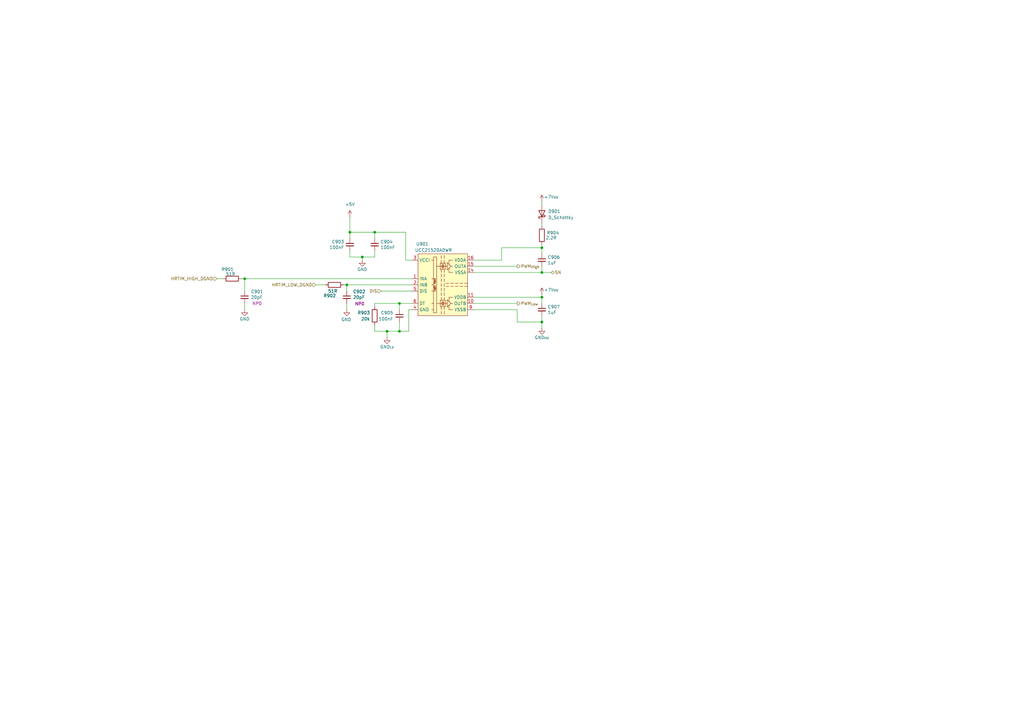
<source format=kicad_sch>
(kicad_sch (version 20250114) (generator "eeschema") (generator_version "9.0")
  (paper "A3")
  (lib_symbols
    (symbol "Device:C_Small" (pin_numbers (hide yes)) (pin_names (offset 0.254) (hide yes))
      (property "Reference" "C" (at 0.254 1.778 0))
      (property "Value" "C_Small" (at 0.254 -2.032 0))
      (symbol "C_Small_0_1"
        (polyline (pts (xy -1.524 0.508) (xy 1.524 0.508)) (stroke (width 0.3048)))
        (polyline (pts (xy -1.524 -0.508) (xy 1.524 -0.508)) (stroke (width 0.3302)))
      )
      (symbol "C_Small_1_1"
        (pin passive line (at 0 2.54 270) (length 2.032) (name "~") (number "1"))
        (pin passive line (at 0 -2.54 90) (length 2.032) (name "~") (number "2"))
      )
    )
    (symbol "Device:D_Schottky" (pin_numbers (hide yes)) (pin_names (offset 1.016) (hide yes))
      (property "Reference" "D" (at 0 2.54 0))
      (property "Value" "D_Schottky" (at 0 -2.54 0))
      (symbol "D_Schottky_0_1"
        (polyline (pts (xy -1.905 0.635) (xy -1.905 1.27) (xy -1.27 1.27) (xy -1.27 -1.27) (xy -0.635 -1.27) (xy -0.635 -0.635)) (stroke (width 0.254)))
        (polyline (pts (xy 1.27 1.27) (xy 1.27 -1.27) (xy -1.27 0) (xy 1.27 1.27)) (stroke (width 0.254)))
        (polyline (pts (xy 1.27 0) (xy -1.27 0)))
      )
      (symbol "D_Schottky_1_1"
        (pin passive line (at -3.81 0 0) (length 2.54) (name "K") (number "1"))
        (pin passive line (at 3.81 0 180) (length 2.54) (name "A") (number "2"))
      )
    )
    (symbol "Device:R" (pin_numbers (hide yes)) (pin_names (offset 0))
      (property "Reference" "R" (at 2.032 0 90))
      (property "Value" "R" (at 0 0 90))
      (symbol "R_0_1"
        (rectangle (start -1.016 -2.54) (end 1.016 2.54) (stroke (width 0.254)))
      )
      (symbol "R_1_1"
        (pin passive line (at 0 3.81 270) (length 1.27) (name "~") (number "1"))
        (pin passive line (at 0 -3.81 90) (length 1.27) (name "~") (number "2"))
      )
    )
    (symbol "Driver_FET:UCC21520DW"
      (property "Reference" "U" (at 0 16.51 0))
      (property "Value" "UCC21520DW" (at 0 13.97 0))
      (symbol "UCC21520DW_0_0"
        (polyline (pts (xy -0.635 12.065) (xy -0.635 10.795)))
        (polyline (pts (xy -0.635 10.16) (xy -0.635 8.89)))
        (polyline (pts (xy -0.635 6.35) (xy -0.635 5.08)))
        (polyline (pts (xy -0.254 8.382) (xy -0.254 6.858)) (stroke (width 0.254)))
        (polyline (pts (xy -0.254 7.62) (xy -2.54 7.62)))
        (polyline (pts (xy -0.254 -6.858) (xy -0.254 -8.382)) (stroke (width 0.254)))
        (polyline (pts (xy -0.254 -7.62) (xy -2.54 -7.62)))
        (polyline (pts (xy 0.254 8.382) (xy 0.254 6.858)) (stroke (width 0.254)))
        (polyline (pts (xy 0.254 7.62) (xy 1.778 7.62)))
        (polyline (pts (xy 0.254 -6.858) (xy 0.254 -8.382)) (stroke (width 0.254)))
        (polyline (pts (xy 0.254 -7.62) (xy 1.778 -7.62)))
        (polyline (pts (xy 0.635 10.795) (xy 0.635 12.065)))
        (polyline (pts (xy 0.635 8.89) (xy 0.635 10.16)))
        (polyline (pts (xy 0.635 6.35) (xy 0.635 5.08)))
        (rectangle (start 1.016 8.89) (end -1.016 6.35))
        (rectangle (start 1.016 -6.35) (end -1.016 -8.89))
        (polyline (pts (xy 2.54 0.635) (xy 1.27 0.635)))
        (polyline (pts (xy 2.54 -0.635) (xy 1.27 -0.635)))
        (polyline (pts (xy 3.302 7.62) (xy 1.778 6.096) (xy 1.778 9.144) (xy 3.302 7.62)))
        (polyline (pts (xy 3.302 -7.62) (xy 1.778 -9.144) (xy 1.778 -6.096) (xy 3.302 -7.62)))
        (polyline (pts (xy 4.064 10.16) (xy 2.54 10.16) (xy 2.54 8.382)))
        (polyline (pts (xy 4.064 7.62) (xy 3.302 7.62)))
        (polyline (pts (xy 4.064 5.08) (xy 2.54 5.08) (xy 2.54 6.858)))
        (polyline (pts (xy 4.064 -5.08) (xy 2.54 -5.08) (xy 2.54 -6.858)))
        (polyline (pts (xy 4.064 -7.62) (xy 3.302 -7.62)))
        (polyline (pts (xy 4.064 -10.16) (xy 2.54 -10.16) (xy 2.54 -8.382)))
        (polyline (pts (xy 4.445 0.635) (xy 3.175 0.635)))
        (polyline (pts (xy 4.445 -0.635) (xy 3.175 -0.635)))
        (polyline (pts (xy 6.35 0.635) (xy 5.08 0.635)))
        (polyline (pts (xy 6.35 -0.635) (xy 5.08 -0.635)))
        (polyline (pts (xy 8.255 0.635) (xy 6.985 0.635)))
        (polyline (pts (xy 8.255 -0.635) (xy 6.985 -0.635)))
        (polyline (pts (xy 10.16 0.635) (xy 8.89 0.635)))
        (polyline (pts (xy 10.16 -0.635) (xy 8.89 -0.635)))
        (text "Logic Input" (at -3.302 0 900) (effects (font (size 0.635 0.635))))
      )
      (symbol "UCC21520DW_0_1"
        (rectangle (start -3.81 11.43) (end -2.54 -11.43))
        (polyline (pts (xy -3.81 10.16) (xy -4.572 10.16)))
        (polyline (pts (xy -3.81 2.54) (xy -4.572 2.54)))
        (polyline (pts (xy -3.81 0) (xy -4.572 0)))
        (polyline (pts (xy -3.81 -2.54) (xy -4.572 -2.54)))
        (polyline (pts (xy -3.81 -7.62) (xy -4.572 -7.62)))
        (polyline (pts (xy -3.81 -10.16) (xy -4.572 -10.16)))
        (polyline (pts (xy -0.635 4.445) (xy -0.635 3.175)))
        (polyline (pts (xy -0.635 2.54) (xy -0.635 1.27)))
        (polyline (pts (xy -0.635 0.635) (xy -0.635 -0.635)))
        (polyline (pts (xy -0.635 -1.27) (xy -0.635 -2.54)))
        (polyline (pts (xy -0.635 -3.175) (xy -0.635 -4.445)))
        (polyline (pts (xy -0.635 -5.08) (xy -0.635 -6.35)))
        (polyline (pts (xy -0.635 -8.89) (xy -0.635 -10.16)))
        (polyline (pts (xy -0.635 -10.795) (xy -0.635 -12.065)))
        (polyline (pts (xy 0.635 4.445) (xy 0.635 3.175)))
        (polyline (pts (xy 0.635 2.54) (xy 0.635 1.27)))
        (polyline (pts (xy 0.635 0.635) (xy 0.635 -0.635)))
        (polyline (pts (xy 0.635 -1.27) (xy 0.635 -2.54)))
        (polyline (pts (xy 0.635 -3.175) (xy 0.635 -4.445)))
        (polyline (pts (xy 0.635 -5.08) (xy 0.635 -6.35)))
        (polyline (pts (xy 0.635 -8.89) (xy 0.635 -10.16)))
        (polyline (pts (xy 0.635 -10.795) (xy 0.635 -12.065)))
        (rectangle (start 10.16 12.7) (end -10.16 -12.7) (fill (type background)))
      )
      (symbol "UCC21520DW_1_1"
        (pin power_in line (at -12.7 10.16 0) (length 2.54) (name "VCCI") (number "3"))
        (pin passive line (at -12.7 10.16 0) (length 2.54) (hide yes) (name "VCCI") (number "8"))
        (pin input line (at -12.7 2.54 0) (length 2.54) (name "INA") (number "1"))
        (pin input line (at -12.7 0 0) (length 2.54) (name "INB") (number "2"))
        (pin input line (at -12.7 -2.54 0) (length 2.54) (name "DIS") (number "5"))
        (pin passive line (at -12.7 -7.62 0) (length 2.54) (name "DT") (number "6"))
        (pin power_in line (at -12.7 -10.16 0) (length 2.54) (name "GND") (number "4"))
        (pin no_connect line (at -10.16 -5.08 0) (length 2.54) (hide yes) (name "NC") (number "7"))
        (pin no_connect line (at 10.16 2.54 180) (length 2.54) (hide yes) (name "NC") (number "13"))
        (pin no_connect line (at 10.16 -2.54 180) (length 2.54) (hide yes) (name "NC") (number "12"))
        (pin power_in line (at 12.7 10.16 180) (length 2.54) (name "VDDA") (number "16"))
        (pin output line (at 12.7 7.62 180) (length 2.54) (name "OUTA") (number "15"))
        (pin power_in line (at 12.7 5.08 180) (length 2.54) (name "VSSA") (number "14"))
        (pin power_in line (at 12.7 -5.08 180) (length 2.54) (name "VDDB") (number "11"))
        (pin output line (at 12.7 -7.62 180) (length 2.54) (name "OUTB") (number "10"))
        (pin power_in line (at 12.7 -10.16 180) (length 2.54) (name "VSSB") (number "9"))
      )
    )
    (symbol "power:+12V" (power) (pin_numbers (hide yes)) (pin_names (offset 0) (hide yes))
      (property "Value" "+12V" (at 0 3.556 0))
      (symbol "+12V_0_1"
        (polyline (pts (xy -0.762 1.27) (xy 0 2.54)))
        (polyline (pts (xy 0 2.54) (xy 0.762 1.27)))
        (polyline (pts (xy 0 0) (xy 0 2.54)))
      )
      (symbol "+12V_1_1"
        (pin power_in line (at 0 0 90) (length 0) (name "~") (number "1"))
      )
    )
    (symbol "power:+5V" (power) (pin_numbers (hide yes)) (pin_names (offset 0) (hide yes))
      (property "Value" "+5V" (at 0 3.556 0))
      (symbol "+5V_0_1"
        (polyline (pts (xy -0.762 1.27) (xy 0 2.54)))
        (polyline (pts (xy 0 2.54) (xy 0.762 1.27)))
        (polyline (pts (xy 0 0) (xy 0 2.54)))
      )
      (symbol "+5V_1_1"
        (pin power_in line (at 0 0 90) (length 0) (name "~") (number "1"))
      )
    )
    (symbol "power:GND" (power) (pin_numbers (hide yes)) (pin_names (offset 0) (hide yes))
      (property "Value" "GND" (at 0 -3.81 0))
      (symbol "GND_0_1"
        (polyline (pts (xy 0 0) (xy 0 -1.27) (xy 1.27 -1.27) (xy 0 -2.54) (xy -1.27 -1.27) (xy 0 -1.27)))
      )
      (symbol "GND_1_1"
        (pin power_in line (at 0 0 270) (length 0) (name "~") (number "1"))
      )
    )
  )
  (junction (at 222.25 121.92))
  (junction (at 100.33 114.3))
  (junction (at 143.51 95.25))
  (junction (at 158.75 135.89))
  (junction (at 222.25 101.6))
  (junction (at 153.67 95.25))
  (junction (at 222.25 111.76))
  (junction (at 163.83 124.46))
  (junction (at 222.25 132.08))
  (junction (at 148.59 105.41))
  (junction (at 163.83 135.89))
  (junction (at 142.24 116.84))
  (wire (pts (xy 168.91 127) (xy 167.64 127)))
  (wire (pts (xy 142.24 116.84) (xy 168.91 116.84)))
  (wire (pts (xy 222.25 82.55) (xy 222.25 83.82)))
  (wire (pts (xy 143.51 95.25) (xy 153.67 95.25)))
  (wire (pts (xy 205.74 106.68) (xy 194.31 106.68)))
  (wire (pts (xy 163.83 132.08) (xy 163.83 135.89)))
  (wire (pts (xy 100.33 124.46) (xy 100.33 127)))
  (wire (pts (xy 158.75 135.89) (xy 158.75 138.43)))
  (wire (pts (xy 156.21 119.38) (xy 168.91 119.38)))
  (wire (pts (xy 148.59 105.41) (xy 148.59 106.68)))
  (wire (pts (xy 153.67 105.41) (xy 153.67 102.87)))
  (wire (pts (xy 222.25 121.92) (xy 222.25 124.46)))
  (wire (pts (xy 153.67 124.46) (xy 163.83 124.46)))
  (wire (pts (xy 212.09 132.08) (xy 222.25 132.08)))
  (wire (pts (xy 143.51 105.41) (xy 148.59 105.41)))
  (wire (pts (xy 100.33 114.3) (xy 168.91 114.3)))
  (wire (pts (xy 153.67 124.46) (xy 153.67 125.73)))
  (wire (pts (xy 222.25 111.76) (xy 222.25 109.22)))
  (wire (pts (xy 222.25 129.54) (xy 222.25 132.08)))
  (wire (pts (xy 166.37 106.68) (xy 166.37 95.25)))
  (wire (pts (xy 153.67 97.79) (xy 153.67 95.25)))
  (wire (pts (xy 205.74 101.6) (xy 205.74 106.68)))
  (wire (pts (xy 212.09 127) (xy 212.09 132.08)))
  (wire (pts (xy 153.67 135.89) (xy 158.75 135.89)))
  (wire (pts (xy 167.64 127) (xy 167.64 135.89)))
  (wire (pts (xy 163.83 124.46) (xy 168.91 124.46)))
  (wire (pts (xy 143.51 102.87) (xy 143.51 105.41)))
  (wire (pts (xy 163.83 127) (xy 163.83 124.46)))
  (wire (pts (xy 222.25 101.6) (xy 222.25 104.14)))
  (wire (pts (xy 153.67 133.35) (xy 153.67 135.89)))
  (wire (pts (xy 163.83 135.89) (xy 167.64 135.89)))
  (wire (pts (xy 222.25 100.33) (xy 222.25 101.6)))
  (wire (pts (xy 205.74 101.6) (xy 222.25 101.6)))
  (wire (pts (xy 194.31 127) (xy 212.09 127)))
  (wire (pts (xy 143.51 95.25) (xy 143.51 97.79)))
  (wire (pts (xy 166.37 95.25) (xy 153.67 95.25)))
  (wire (pts (xy 143.51 88.9) (xy 143.51 95.25)))
  (wire (pts (xy 100.33 119.38) (xy 100.33 114.3)))
  (wire (pts (xy 222.25 111.76) (xy 226.06 111.76)))
  (wire (pts (xy 194.31 109.22) (xy 212.09 109.22)))
  (wire (pts (xy 100.33 114.3) (xy 99.06 114.3)))
  (wire (pts (xy 222.25 120.65) (xy 222.25 121.92)))
  (wire (pts (xy 222.25 132.08) (xy 222.25 134.62)))
  (wire (pts (xy 148.59 105.41) (xy 153.67 105.41)))
  (wire (pts (xy 140.97 116.84) (xy 142.24 116.84)))
  (wire (pts (xy 158.75 135.89) (xy 163.83 135.89)))
  (wire (pts (xy 142.24 119.38) (xy 142.24 116.84)))
  (wire (pts (xy 142.24 124.46) (xy 142.24 127)))
  (wire (pts (xy 194.31 124.46) (xy 212.09 124.46)))
  (wire (pts (xy 194.31 111.76) (xy 222.25 111.76)))
  (wire (pts (xy 222.25 91.44) (xy 222.25 92.71)))
  (wire (pts (xy 168.91 106.68) (xy 166.37 106.68)))
  (wire (pts (xy 88.9 114.3) (xy 91.44 114.3)))
  (wire (pts (xy 129.54 116.84) (xy 133.35 116.84)))
  (wire (pts (xy 194.31 121.92) (xy 222.25 121.92)))
  (hierarchical_label "HRTIM_HIGH_DGND" (shape input) (at 88.9 114.3 180))
  (hierarchical_label "PWM_{High}" (shape output) (at 212.09 109.22 0))
  (hierarchical_label "DIS" (shape input) (at 156.21 119.38 180))
  (hierarchical_label "PWM_{Low}" (shape output) (at 212.09 124.46 0))
  (hierarchical_label "HRTIM_LOW_DGND" (shape input) (at 129.54 116.84 180))
  (hierarchical_label "SN" (shape bidirectional) (at 226.06 111.76 0))
  (symbol (lib_id "power:GND") (at 142.24 127 0) (unit 1)
    (property "Reference" "#PWR0502" (effects (hide yes)))
    (property "Value" "GND" (at 141.986 131.064 0))
    (property "Description" "Power symbol creates a global label with name \"GND\" , ground" (effects (hide yes)))
    (instances (project "aluminum_pcb" (path "" (reference "#PWR0902") (unit 1)) (path "" (reference "#PWR0502") (unit 1))))
  )
  (symbol (lib_id "Device:C_Small") (at 222.25 106.68 0) (unit 1)
    (property "Reference" "C511" (at 224.5868 105.5116 0) (effects (justify left)))
    (property "Value" "1uF" (at 224.5868 107.823 0) (effects (justify left)))
    (property "Footprint" "footprint:C_0805_2012Metric" (effects (hide yes)))
    (property "Datasheet" "${KIPRJMOD}\\datasheet\\taiyo_yuden_12132018_mlcc11_hq_e-1510082.pdf" (effects (hide yes)))
    (property "manf#" "UMK212B7105KGHT" (effects (hide yes)))
    (property "Functional Block" "Driver" (effects (hide yes)))
    (property "Metal content" "BaTiO3" (effects (hide yes)))
    (property "Subfunction" "Driver bootstrap" (effects (hide yes)))
    (property "Package" "0805" (effects (hide yes)))
    (property "Dielectric" "X7R" (effects (hide yes)))
    (property "Voltage" "50V" (effects (hide yes)))
    (property "LCSC" "C28323" (effects (hide yes)))
    (instances (project "aluminum_pcb" (path "" (reference "C906") (unit 1)) (path "" (reference "C511") (unit 1))))
  )
  (symbol (lib_id "Device:C_Small") (at 143.51 100.33 0) (mirror y) (unit 1)
    (property "Reference" "C508" (at 141.1732 99.1616 0) (effects (justify left)))
    (property "Value" "100nF" (at 141.1732 101.473 0) (effects (justify left)))
    (property "Footprint" "footprint:C_0805_2012Metric" (effects (hide yes)))
    (property "Datasheet" "${KIPRJMOD}\\datasheet\\KEM_C1002_X7R_SMD-3316098.pdf" (effects (hide yes)))
    (property "manf#" "C1206C104K5RAC7867" (effects (hide yes)))
    (property "Functional Block" "Driver" (effects (hide yes)))
    (property "Metal content" "BaTiO3" (effects (hide yes)))
    (property "Subfunction" "Driver decoupling" (effects (hide yes)))
    (property "Package" "1206" (effects (hide yes)))
    (property "Dielectric" "X7R" (effects (hide yes)))
    (property "Voltage" "50V" (effects (hide yes)))
    (property "LCSC" "C24497" (effects (hide yes)))
    (instances (project "aluminum_pcb" (path "" (reference "C903") (unit 1)) (path "" (reference "C508") (unit 1))))
  )
  (symbol (lib_id "Device:R") (at 95.25 114.3 90) (unit 1)
    (property "Reference" "R505" (at 95.885 110.49 90) (effects (justify left)))
    (property "Value" "51R" (at 96.52 112.395 90) (effects (justify left)))
    (property "Footprint" "footprint:R_0805_2012Metric" (effects (hide yes)))
    (property "Datasheet" "${KIPRJMOD}\\datasheet\\cr-1858361.pdf" (effects (hide yes)))
    (property "manf#" "CR0805-FX-51R0ELF" (effects (hide yes)))
    (property "Functional Block" "Driver" (effects (hide yes)))
    (property "Metal content" "NiCr" (effects (hide yes)))
    (property "Subfunction" "Driver input" (effects (hide yes)))
    (property "Package" "0805" (effects (hide yes)))
    (property "Technology" "Thick film" (effects (hide yes)))
    (property "LCSC" "C17738" (effects (hide yes)))
    (instances (project "aluminum_pcb" (path "" (reference "R901") (unit 1)) (path "" (reference "R505") (unit 1))))
  )
  (symbol (lib_id "Device:C_Small") (at 222.25 127 0) (unit 1)
    (property "Reference" "C512" (at 224.5868 125.8316 0) (effects (justify left)))
    (property "Value" "1uF" (at 224.5868 128.143 0) (effects (justify left)))
    (property "Footprint" "footprint:C_0805_2012Metric" (effects (hide yes)))
    (property "Datasheet" "${KIPRJMOD}\\datasheet\\MLCC-1837944.pdf" (effects (hide yes)))
    (property "manf#" "CL32B106KBJNNNE" (effects (hide yes)))
    (property "Functional Block" "Driver" (effects (hide yes)))
    (property "Metal content" "BaTiO3" (effects (hide yes)))
    (property "Subfunction" "Driver decoupling" (effects (hide yes)))
    (property "Package" "1210" (effects (hide yes)))
    (property "Dielectric" "X7R" (effects (hide yes)))
    (property "Voltage" "50V" (effects (hide yes)))
    (property "LCSC" "C28323" (effects (hide yes)))
    (instances (project "aluminum_pcb" (path "" (reference "C907") (unit 1)) (path "" (reference "C512") (unit 1))))
  )
  (symbol (lib_id "Device:C_Small") (at 142.24 121.92 0) (unit 1)
    (property "Reference" "C507" (at 144.78 119.6086 0) (effects (justify left)))
    (property "Value" "20pF" (at 144.78 121.92 0) (effects (justify left)))
    (property "Footprint" "footprint:C_0805_2012Metric" (effects (hide yes)))
    (property "Datasheet" "${KIPRJMOD}\\datasheet\\UPY_GP_NP0_16V_to_50V_18-1730511.pdf" (effects (hide yes)))
    (property "manf#" "CC0805JRNPO9BN200" (effects (hide yes)))
    (property "Functional Block" "Driver" (effects (hide yes)))
    (property "Metal content" "BaTiO3" (effects (hide yes)))
    (property "Subfunction" "Driver input" (effects (hide yes)))
    (property "Package" "0805" (effects (hide yes)))
    (property "Dielectric" "NP0" (at 147.5232 124.587 0))
    (property "Voltage" "50V" (effects (hide yes)))
    (property "LCSC" "C1798" (effects (hide yes)))
    (instances (project "aluminum_pcb" (path "" (reference "C902") (unit 1)) (path "" (reference "C507") (unit 1))))
  )
  (symbol (lib_id "Driver_FET:UCC21520DW") (at 181.61 116.84 0) (unit 1)
    (property "Reference" "U503" (at 173.228 100.076 0))
    (property "Value" "UCC21520ADWR" (at 177.8 102.616 0))
    (property "Footprint" "Package_SO:SOIC-16W_7.5x10.3mm_P1.27mm" (effects (hide yes)))
    (property "Datasheet" "${KIPRJMOD}\\datasheet\\ucc21222.pdf" (effects (hide yes)))
    (property "manf#" "UCC21222DR" (effects (hide yes)))
    (property "Functional Block" "Driver" (effects (hide yes)))
    (property "Subfunction" "Driver" (effects (hide yes)))
    (property "LCSC" "C2863027" (effects (hide yes)))
    (instances (project "aluminum_pcb" (path "" (reference "U901") (unit 1)) (path "" (reference "U503") (unit 1))))
  )
  (symbol (lib_id "Device:R") (at 222.25 96.52 180) (unit 1)
    (property "Reference" "R508" (at 229.362 95.504 0) (effects (justify left)))
    (property "Value" "2.2R" (at 228.346 97.536 0) (effects (justify left)))
    (property "Footprint" "footprint:R_0805_2012Metric" (effects (hide yes)))
    (property "Datasheet" "${KIPRJMOD}\\datasheet\\cr-1858361.pdf" (effects (hide yes)))
    (property "manf#" "CR0805-FX-51R0ELF" (effects (hide yes)))
    (property "Functional Block" "Driver" (effects (hide yes)))
    (property "Metal content" "NiCr" (effects (hide yes)))
    (property "Subfunction" "Driver input" (effects (hide yes)))
    (property "Package" "0805" (effects (hide yes)))
    (property "Technology" "Thick film" (effects (hide yes)))
    (property "LCSC" "C17738" (effects (hide yes)))
    (instances (project "aluminum_pcb" (path "" (reference "R904") (unit 1)) (path "" (reference "R508") (unit 1))))
  )
  (symbol (lib_id "power:GND") (at 222.25 134.62 0) (unit 1)
    (property "Reference" "#PWR0509" (effects (hide yes)))
    (property "Value" "GND_{HV}" (at 222.25 138.43 0))
    (property "Description" "Power symbol creates a global label with name \"GND\" , ground" (effects (hide yes)))
    (instances (project "aluminum_pcb" (path "" (reference "#PWR0909") (unit 1)) (path "" (reference "#PWR0509") (unit 1))))
  )
  (symbol (lib_id "power:+12V") (at 222.25 120.65 0) (unit 1)
    (property "Reference" "#PWR0508" (effects (hide yes)))
    (property "Value" "+7V_{HV}" (at 226.06 118.872 0))
    (property "Description" "Power symbol creates a global label with name \"+12V\"" (effects (hide yes)))
    (instances (project "aluminum_pcb" (path "" (reference "#PWR0908") (unit 1)) (path "" (reference "#PWR0508") (unit 1))))
  )
  (symbol (lib_id "Device:R") (at 153.67 129.54 180) (unit 1)
    (property "Reference" "R507" (at 151.765 128.27 0) (effects (justify left)))
    (property "Value" "20k" (at 151.765 130.81 0) (effects (justify left)))
    (property "Footprint" "footprint:R_0805_2012Metric" (effects (hide yes)))
    (property "Datasheet" "${KIPRJMOD}\\datasheet\\PYu_RT_1_to_0_01_RoHS_L_12-3003070.pdf" (effects (hide yes)))
    (property "manf#" "RT0805DRD0720KL" (effects (hide yes)))
    (property "Functional Block" "Driver" (effects (hide yes)))
    (property "Metal content" "NiCr" (effects (hide yes)))
    (property "Subfunction" "Deadtime setting" (effects (hide yes)))
    (property "Package" "0805" (effects (hide yes)))
    (property "Technology" "Thin film" (effects (hide yes)))
    (property "LCSC" "C4328" (effects (hide yes)))
    (instances (project "aluminum_pcb" (path "" (reference "R903") (unit 1)) (path "" (reference "R507") (unit 1))))
  )
  (symbol (lib_id "Device:C_Small") (at 100.33 121.92 0) (unit 1)
    (property "Reference" "C506" (at 102.87 119.6086 0) (effects (justify left)))
    (property "Value" "20pF" (at 102.87 121.92 0) (effects (justify left)))
    (property "Footprint" "footprint:C_0805_2012Metric" (effects (hide yes)))
    (property "Datasheet" "${KIPRJMOD}\\datasheet\\UPY_GP_NP0_16V_to_50V_18-1730511.pdf" (effects (hide yes)))
    (property "manf#" "CC0805JRNPO9BN200" (effects (hide yes)))
    (property "Functional Block" "Driver" (effects (hide yes)))
    (property "Metal content" "BaTiO3" (effects (hide yes)))
    (property "Subfunction" "Driver input" (effects (hide yes)))
    (property "Package" "0805" (effects (hide yes)))
    (property "Dielectric" "NP0" (at 105.41 124.46 0))
    (property "Voltage" "50V" (effects (hide yes)))
    (property "LCSC" "C1798" (effects (hide yes)))
    (instances (project "aluminum_pcb" (path "" (reference "C901") (unit 1)) (path "" (reference "C506") (unit 1))))
  )
  (symbol (lib_id "Device:C_Small") (at 163.83 129.54 0) (mirror y) (unit 1)
    (property "Reference" "C510" (at 161.29 128.27 0) (effects (justify left)))
    (property "Value" "100nF" (at 161.29 130.81 0) (effects (justify left)))
    (property "Footprint" "footprint:C_0805_2012Metric" (effects (hide yes)))
    (property "Datasheet" "${KIPRJMOD}\\datasheet\\KEM_C1002_X7R_SMD-3316098.pdf" (effects (hide yes)))
    (property "manf#" "C1206C104K5RAC7867" (effects (hide yes)))
    (property "Functional Block" "Driver" (effects (hide yes)))
    (property "Metal content" "BaTiO3" (effects (hide yes)))
    (property "Subfunction" "Driver decoupling" (effects (hide yes)))
    (property "Package" "1206" (effects (hide yes)))
    (property "Dielectric" "X7R" (effects (hide yes)))
    (property "Voltage" "50V" (effects (hide yes)))
    (property "LCSC" "C24497" (effects (hide yes)))
    (instances (project "aluminum_pcb" (path "" (reference "C905") (unit 1)) (path "" (reference "C510") (unit 1))))
  )
  (symbol (lib_id "power:+5V") (at 143.51 88.9 0) (unit 1)
    (property "Reference" "#PWR0503" (effects (hide yes)))
    (property "Value" "+5V" (at 143.51 83.82 0))
    (property "Description" "Power symbol creates a global label with name \"+5V\"" (effects (hide yes)))
    (instances (project "aluminum_pcb" (path "" (reference "#PWR0903") (unit 1)) (path "" (reference "#PWR0503") (unit 1))))
  )
  (symbol (lib_id "power:GND") (at 100.33 127 0) (unit 1)
    (property "Reference" "#PWR0501" (effects (hide yes)))
    (property "Value" "GND" (at 100.33 130.81 0))
    (property "Description" "Power symbol creates a global label with name \"GND\" , ground" (effects (hide yes)))
    (instances (project "aluminum_pcb" (path "" (reference "#PWR0901") (unit 1)) (path "" (reference "#PWR0501") (unit 1))))
  )
  (symbol (lib_id "Device:D_Schottky") (at 222.25 87.63 90) (unit 1)
    (property "Reference" "D501" (at 224.79 86.6774 90) (effects (justify right)))
    (property "Value" "D_Schottky" (at 224.79 89.2174 90) (effects (justify right)))
    (property "Description" "Schottky diode" (effects (hide yes)))
    (instances (project "" (path "" (reference "D901") (unit 1)) (path "" (reference "D501") (unit 1))))
  )
  (symbol (lib_id "Device:R") (at 137.16 116.84 90) (unit 1)
    (property "Reference" "R506" (at 137.795 121.285 90) (effects (justify left)))
    (property "Value" "51R" (at 138.43 119.38 90) (effects (justify left)))
    (property "Footprint" "footprint:R_0805_2012Metric" (effects (hide yes)))
    (property "Datasheet" "${KIPRJMOD}\\datasheet\\cr-1858361.pdf" (effects (hide yes)))
    (property "manf#" "CR0805-FX-51R0ELF" (effects (hide yes)))
    (property "Functional Block" "Driver" (effects (hide yes)))
    (property "Metal content" "NiCr" (effects (hide yes)))
    (property "Subfunction" "Driver input" (effects (hide yes)))
    (property "Package" "0805" (effects (hide yes)))
    (property "Technology" "Thick film" (effects (hide yes)))
    (property "LCSC" "C17738" (effects (hide yes)))
    (instances (project "aluminum_pcb" (path "" (reference "R902") (unit 1)) (path "" (reference "R506") (unit 1))))
  )
  (symbol (lib_id "power:+12V") (at 222.25 82.55 0) (unit 1)
    (property "Reference" "#PWR0506" (effects (hide yes)))
    (property "Value" "+7V_{HV}" (at 226.06 80.772 0))
    (property "Description" "Power symbol creates a global label with name \"+12V\"" (effects (hide yes)))
    (instances (project "aluminum_pcb" (path "" (reference "#PWR0906") (unit 1)) (path "" (reference "#PWR0506") (unit 1))))
  )
  (symbol (lib_id "power:GND") (at 158.75 138.43 0) (unit 1)
    (property "Reference" "#PWR0505" (effects (hide yes)))
    (property "Value" "GND_{LV}" (at 158.75 142.24 0))
    (property "Description" "Power symbol creates a global label with name \"GND\" , ground" (effects (hide yes)))
    (instances (project "aluminum_pcb" (path "" (reference "#PWR0905") (unit 1)) (path "" (reference "#PWR0505") (unit 1))))
  )
  (symbol (lib_id "power:GND") (at 148.59 106.68 0) (unit 1)
    (property "Reference" "#PWR0504" (effects (hide yes)))
    (property "Value" "GND" (at 148.59 110.49 0))
    (property "Description" "Power symbol creates a global label with name \"GND\" , ground" (effects (hide yes)))
    (instances (project "aluminum_pcb" (path "" (reference "#PWR0904") (unit 1)) (path "" (reference "#PWR0504") (unit 1))))
  )
  (symbol (lib_id "Device:C_Small") (at 153.67 100.33 0) (unit 1)
    (property "Reference" "C509" (at 156.0068 99.1616 0) (effects (justify left)))
    (property "Value" "100nF" (at 156.0068 101.473 0) (effects (justify left)))
    (property "Footprint" "footprint:C_0805_2012Metric" (effects (hide yes)))
    (property "Datasheet" "${KIPRJMOD}\\datasheet\\KEM_C1002_X7R_SMD-3316098.pdf" (effects (hide yes)))
    (property "manf#" "C1206C104K5RAC7867" (effects (hide yes)))
    (property "Functional Block" "Driver" (effects (hide yes)))
    (property "Metal content" "BaTiO3" (effects (hide yes)))
    (property "Subfunction" "Driver decoupling" (effects (hide yes)))
    (property "Package" "1206" (effects (hide yes)))
    (property "Dielectric" "X7R" (effects (hide yes)))
    (property "Voltage" "50V" (effects (hide yes)))
    (property "LCSC" "C24497" (effects (hide yes)))
    (instances (project "aluminum_pcb" (path "" (reference "C904") (unit 1)) (path "" (reference "C509") (unit 1))))
  )
)
</source>
